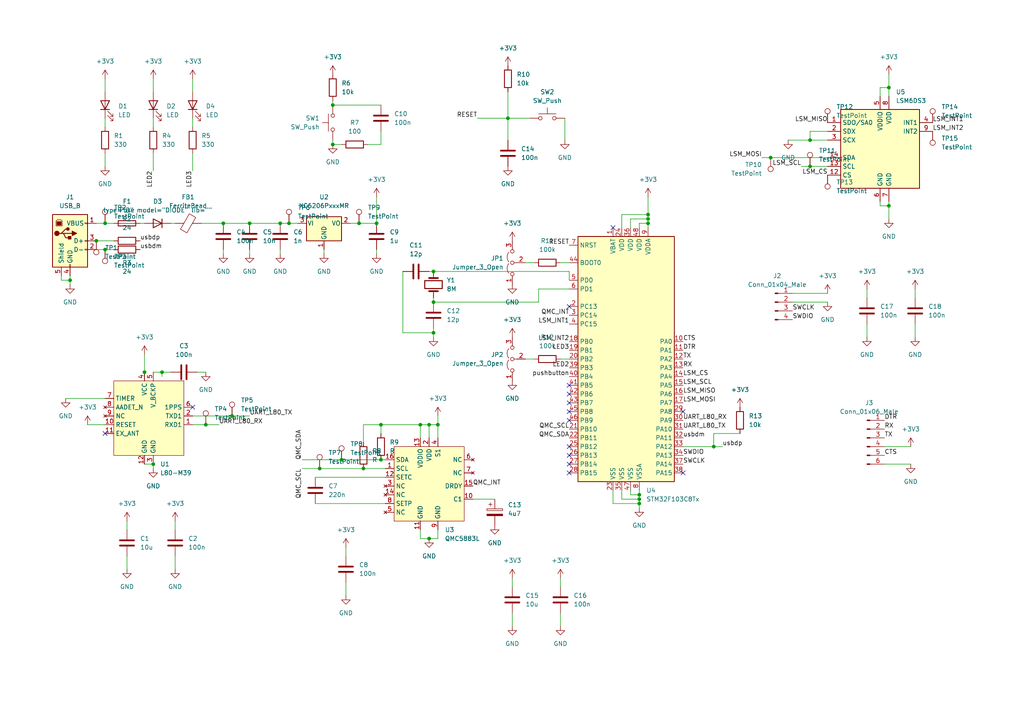
<source format=kicad_sch>
(kicad_sch (version 20211123) (generator eeschema)
  (paper "A4")
  (lib_symbols
    (symbol "+3.3V_1" (power) (pin_numbers hide) (pin_names (offset 0) hide)
      (property "Value" "+3.3V_1" (at 0 3.556 0))
      (symbol "+3.3V_1_1_1"
        (pin power_in line (at 0 0 90) (length 0) hide (name "+3V3") (number "1"))
      )
    )
    (symbol "+3.3V_10" (power) (pin_names (offset 0))
      (property "Value" "+3.3V_10" (at 0 3.556 0))
      (symbol "+3.3V_10_1_1"
        (pin power_in line (at 0 0 90) (length 0) hide (name "+3V3") (number "1"))
      )
    )
    (symbol "+3.3V_11" (power) (pin_names (offset 0))
      (property "Value" "+3.3V_11" (at 0 3.556 0))
      (symbol "+3.3V_11_1_1"
        (pin power_in line (at 0 0 90) (length 0) hide (name "+3V3") (number "1"))
      )
    )
    (symbol "+3.3V_12" (power) (pin_names (offset 0))
      (property "Value" "+3.3V_12" (at 0 3.556 0))
      (symbol "+3.3V_12_1_1"
        (pin power_in line (at 0 0 90) (length 0) hide (name "+3V3") (number "1"))
      )
    )
    (symbol "+3.3V_13" (power) (pin_names (offset 0))
      (property "Value" "+3.3V_13" (at 0 3.556 0))
      (symbol "+3.3V_13_1_1"
        (pin power_in line (at 0 0 90) (length 0) hide (name "+3V3") (number "1"))
      )
    )
    (symbol "+3.3V_14" (power) (pin_names (offset 0))
      (property "Value" "+3.3V_14" (at 0 3.556 0))
      (symbol "+3.3V_14_1_1"
        (pin power_in line (at 0 0 90) (length 0) hide (name "+3V3") (number "1"))
      )
    )
    (symbol "+3.3V_2" (power) (pin_numbers hide) (pin_names (offset 0) hide)
      (property "Value" "+3.3V_2" (at 0 3.556 0))
      (symbol "+3.3V_2_1_1"
        (pin power_in line (at 0 0 90) (length 0) hide (name "+3V3") (number "1"))
      )
    )
    (symbol "+3.3V_3" (power) (pin_names (offset 0))
      (property "Value" "+3.3V_3" (at 0 3.556 0))
      (symbol "+3.3V_3_1_1"
        (pin power_in line (at 0 0 90) (length 0) hide (name "+3V3") (number "1"))
      )
    )
    (symbol "+3.3V_4" (power) (pin_names (offset 0))
      (property "Value" "+3.3V_4" (at 0 3.556 0))
      (symbol "+3.3V_4_1_1"
        (pin power_in line (at 0 0 90) (length 0) hide (name "+3V3") (number "1"))
      )
    )
    (symbol "+3.3V_5" (power) (pin_names (offset 0))
      (property "Value" "+3.3V_5" (at 0 3.556 0))
      (symbol "+3.3V_5_1_1"
        (pin power_in line (at 0 0 90) (length 0) hide (name "+3V3") (number "1"))
      )
    )
    (symbol "+3.3V_6" (power) (pin_names (offset 0))
      (property "Value" "+3.3V_6" (at 0 3.556 0))
      (symbol "+3.3V_6_1_1"
        (pin power_in line (at 0 0 90) (length 0) hide (name "+3V3") (number "1"))
      )
    )
    (symbol "+3.3V_7" (power) (pin_names (offset 0))
      (property "Value" "+3.3V_7" (at 0 3.556 0))
      (symbol "+3.3V_7_1_1"
        (pin power_in line (at 0 0 90) (length 0) hide (name "+3V3") (number "1"))
      )
    )
    (symbol "+3.3V_8" (power) (pin_names (offset 0))
      (property "Value" "+3.3V_8" (at 0 3.556 0))
      (symbol "+3.3V_8_1_1"
        (pin power_in line (at 0 0 90) (length 0) hide (name "+3V3") (number "1"))
      )
    )
    (symbol "+3.3V_9" (power) (pin_names (offset 0))
      (property "Value" "+3.3V_9" (at 0 3.556 0))
      (symbol "+3.3V_9_1_1"
        (pin power_in line (at 0 0 90) (length 0) hide (name "+3V3") (number "1"))
      )
    )
    (symbol "Connector:Conn_01x04_Male" (pin_names (offset 1.016) hide)
      (property "Reference" "J" (at 0 5.08 0))
      (property "Value" "Conn_01x04_Male" (at 0 -7.62 0))
      (symbol "Conn_01x04_Male_1_1"
        (pin passive line (at 5.08 2.54 180) (length 3.81) (name "Pin_1") (number "1"))
        (pin passive line (at 5.08 0 180) (length 3.81) (name "Pin_2") (number "2"))
        (pin passive line (at 5.08 -2.54 180) (length 3.81) (name "Pin_3") (number "3"))
        (pin passive line (at 5.08 -5.08 180) (length 3.81) (name "Pin_4") (number "4"))
      )
    )
    (symbol "Connector:Conn_01x06_Male" (pin_names (offset 1.016) hide)
      (property "Reference" "J" (at 0 7.62 0))
      (property "Value" "Conn_01x06_Male" (at 0 -10.16 0))
      (symbol "Conn_01x06_Male_1_1"
        (pin passive line (at 5.08 5.08 180) (length 3.81) (name "Pin_1") (number "1"))
        (pin passive line (at 5.08 2.54 180) (length 3.81) (name "Pin_2") (number "2"))
        (pin passive line (at 5.08 0 180) (length 3.81) (name "Pin_3") (number "3"))
        (pin passive line (at 5.08 -2.54 180) (length 3.81) (name "Pin_4") (number "4"))
        (pin passive line (at 5.08 -5.08 180) (length 3.81) (name "Pin_5") (number "5"))
        (pin passive line (at 5.08 -7.62 180) (length 3.81) (name "Pin_6") (number "6"))
      )
    )
    (symbol "Connector:TestPoint" (pin_numbers hide) (pin_names (offset 0.762) hide)
      (property "Reference" "TP" (at 0 6.858 0))
      (property "Value" "TestPoint" (at 0 5.08 0))
      (symbol "TestPoint_1_1"
        (pin passive line (at 0 0 90) (length 2.54) (name "1") (number "1"))
      )
    )
    (symbol "Connector:USB_B" (pin_names (offset 1.016))
      (property "Reference" "J" (at -5.08 11.43 0))
      (property "Value" "USB_B" (at -5.08 8.89 0))
      (symbol "USB_B_1_1"
        (pin power_out line (at 7.62 5.08 180) (length 2.54) (name "VBUS") (number "1"))
        (pin bidirectional line (at 7.62 -2.54 180) (length 2.54) (name "D-") (number "2"))
        (pin bidirectional line (at 7.62 0 180) (length 2.54) (name "D+") (number "3"))
        (pin power_out line (at 0 -10.16 90) (length 2.54) (name "GND") (number "4"))
        (pin passive line (at -2.54 -10.16 90) (length 2.54) (name "Shield") (number "5"))
      )
    )
    (symbol "Device:C" (pin_numbers hide) (pin_names (offset 0.254))
      (property "Reference" "C" (at 0.635 2.54 0))
      (property "Value" "C" (at 0.635 -2.54 0))
      (symbol "C_1_1"
        (pin passive line (at 0 3.81 270) (length 2.794) (name "~") (number "1"))
        (pin passive line (at 0 -3.81 90) (length 2.794) (name "~") (number "2"))
      )
    )
    (symbol "Device:C_Polarized" (pin_numbers hide) (pin_names (offset 0.254))
      (property "Reference" "C" (at 0.635 2.54 0))
      (property "Value" "C_Polarized" (at 0.635 -2.54 0))
      (symbol "C_Polarized_1_1"
        (pin passive line (at 0 3.81 270) (length 2.794) (name "~") (number "1"))
        (pin passive line (at 0 -3.81 90) (length 2.794) (name "~") (number "2"))
      )
    )
    (symbol "Device:Crystal" (pin_numbers hide) (pin_names (offset 1.016) hide)
      (property "Reference" "Y" (at 0 3.81 0))
      (property "Value" "Crystal" (at 0 -3.81 0))
      (symbol "Crystal_1_1"
        (pin passive line (at -3.81 0 0) (length 1.27) (name "1") (number "1"))
        (pin passive line (at 3.81 0 180) (length 1.27) (name "2") (number "2"))
      )
    )
    (symbol "Device:FerriteBead" (pin_numbers hide) (pin_names (offset 0))
      (property "Reference" "FB" (at -3.81 0.635 90))
      (property "Value" "FerriteBead" (at 3.81 0 90))
      (symbol "FerriteBead_1_1"
        (pin passive line (at 0 3.81 270) (length 2.54) (name "~") (number "1"))
        (pin passive line (at 0 -3.81 90) (length 2.54) (name "~") (number "2"))
      )
    )
    (symbol "Device:Fuse" (pin_numbers hide) (pin_names (offset 0))
      (property "Reference" "F" (at 2.032 0 90))
      (property "Value" "Fuse" (at -1.905 0 90))
      (symbol "Fuse_1_1"
        (pin passive line (at 0 3.81 270) (length 1.27) (name "~") (number "1"))
        (pin passive line (at 0 -3.81 90) (length 1.27) (name "~") (number "2"))
      )
    )
    (symbol "Device:LED" (pin_numbers hide) (pin_names (offset 1.016) hide)
      (property "Reference" "D" (at 0 2.54 0))
      (property "Value" "LED" (at 0 -2.54 0))
      (symbol "LED_1_1"
        (pin passive line (at -3.81 0 0) (length 2.54) (name "K") (number "1"))
        (pin passive line (at 3.81 0 180) (length 2.54) (name "A") (number "2"))
      )
    )
    (symbol "Device:R" (pin_numbers hide) (pin_names (offset 0))
      (property "Reference" "R" (at 2.032 0 90))
      (property "Value" "R" (at 0 0 90))
      (symbol "R_1_1"
        (pin passive line (at 0 3.81 270) (length 1.27) (name "~") (number "1"))
        (pin passive line (at 0 -3.81 90) (length 1.27) (name "~") (number "2"))
      )
    )
    (symbol "GND_1" (power) (pin_numbers hide) (pin_names (offset 0) hide)
      (property "Value" "GND_1" (at 0 -3.81 0))
      (symbol "GND_1_1_1"
        (pin power_in line (at 0 0 270) (length 0) hide (name "GND") (number "1"))
      )
    )
    (symbol "GND_2" (power) (pin_numbers hide) (pin_names (offset 0) hide)
      (property "Value" "GND_2" (at 0 -3.81 0))
      (symbol "GND_2_1_1"
        (pin power_in line (at 0 0 270) (length 0) hide (name "GND") (number "1"))
      )
    )
    (symbol "GND_3" (power) (pin_numbers hide) (pin_names (offset 0) hide)
      (property "Value" "GND_3" (at 0 -3.81 0))
      (symbol "GND_3_1_1"
        (pin power_in line (at 0 0 270) (length 0) hide (name "GND") (number "1"))
      )
    )
    (symbol "Jumper:Jumper_3_Open" (pin_names (offset 0) hide)
      (property "Reference" "JP" (at -2.54 -2.54 0))
      (property "Value" "Jumper_3_Open" (at 0 2.794 0))
      (symbol "Jumper_3_Open_1_1"
        (pin passive line (at -6.35 0 0) (length 2.54) (name "A") (number "1"))
        (pin passive line (at 0 -3.81 90) (length 2.54) (name "C") (number "2"))
        (pin passive line (at 6.35 0 180) (length 2.54) (name "B") (number "3"))
      )
    )
    (symbol "MCU_ST_STM32F1:STM32F103C8Tx"
      (property "Reference" "U" (at -15.24 36.83 0))
      (property "Value" "STM32F103C8Tx" (at 7.62 36.83 0))
      (symbol "STM32F103C8Tx_1_1"
        (pin power_in line (at -5.08 38.1 270) (length 2.54) (name "VBAT") (number "1"))
        (pin bidirectional line (at 15.24 5.08 180) (length 2.54) (name "PA0") (number "10"))
        (pin bidirectional line (at 15.24 2.54 180) (length 2.54) (name "PA1") (number "11"))
        (pin bidirectional line (at 15.24 0 180) (length 2.54) (name "PA2") (number "12"))
        (pin bidirectional line (at 15.24 -2.54 180) (length 2.54) (name "PA3") (number "13"))
        (pin bidirectional line (at 15.24 -5.08 180) (length 2.54) (name "PA4") (number "14"))
        (pin bidirectional line (at 15.24 -7.62 180) (length 2.54) (name "PA5") (number "15"))
        (pin bidirectional line (at 15.24 -10.16 180) (length 2.54) (name "PA6") (number "16"))
        (pin bidirectional line (at 15.24 -12.7 180) (length 2.54) (name "PA7") (number "17"))
        (pin bidirectional line (at -17.78 5.08 0) (length 2.54) (name "PB0") (number "18"))
        (pin bidirectional line (at -17.78 2.54 0) (length 2.54) (name "PB1") (number "19"))
        (pin bidirectional line (at -17.78 15.24 0) (length 2.54) (name "PC13") (number "2"))
        (pin bidirectional line (at -17.78 0 0) (length 2.54) (name "PB2") (number "20"))
        (pin bidirectional line (at -17.78 -20.32 0) (length 2.54) (name "PB10") (number "21"))
        (pin bidirectional line (at -17.78 -22.86 0) (length 2.54) (name "PB11") (number "22"))
        (pin power_in line (at -5.08 -38.1 90) (length 2.54) (name "VSS") (number "23"))
        (pin power_in line (at -2.54 38.1 270) (length 2.54) (name "VDD") (number "24"))
        (pin bidirectional line (at -17.78 -25.4 0) (length 2.54) (name "PB12") (number "25"))
        (pin bidirectional line (at -17.78 -27.94 0) (length 2.54) (name "PB13") (number "26"))
        (pin bidirectional line (at -17.78 -30.48 0) (length 2.54) (name "PB14") (number "27"))
        (pin bidirectional line (at -17.78 -33.02 0) (length 2.54) (name "PB15") (number "28"))
        (pin bidirectional line (at 15.24 -15.24 180) (length 2.54) (name "PA8") (number "29"))
        (pin bidirectional line (at -17.78 12.7 0) (length 2.54) (name "PC14") (number "3"))
        (pin bidirectional line (at 15.24 -17.78 180) (length 2.54) (name "PA9") (number "30"))
        (pin bidirectional line (at 15.24 -20.32 180) (length 2.54) (name "PA10") (number "31"))
        (pin bidirectional line (at 15.24 -22.86 180) (length 2.54) (name "PA11") (number "32"))
        (pin bidirectional line (at 15.24 -25.4 180) (length 2.54) (name "PA12") (number "33"))
        (pin bidirectional line (at 15.24 -27.94 180) (length 2.54) (name "PA13") (number "34"))
        (pin power_in line (at -2.54 -38.1 90) (length 2.54) (name "VSS") (number "35"))
        (pin power_in line (at 0 38.1 270) (length 2.54) (name "VDD") (number "36"))
        (pin bidirectional line (at 15.24 -30.48 180) (length 2.54) (name "PA14") (number "37"))
        (pin bidirectional line (at 15.24 -33.02 180) (length 2.54) (name "PA15") (number "38"))
        (pin bidirectional line (at -17.78 -2.54 0) (length 2.54) (name "PB3") (number "39"))
        (pin bidirectional line (at -17.78 10.16 0) (length 2.54) (name "PC15") (number "4"))
        (pin bidirectional line (at -17.78 -5.08 0) (length 2.54) (name "PB4") (number "40"))
        (pin bidirectional line (at -17.78 -7.62 0) (length 2.54) (name "PB5") (number "41"))
        (pin bidirectional line (at -17.78 -10.16 0) (length 2.54) (name "PB6") (number "42"))
        (pin bidirectional line (at -17.78 -12.7 0) (length 2.54) (name "PB7") (number "43"))
        (pin input line (at -17.78 27.94 0) (length 2.54) (name "BOOT0") (number "44"))
        (pin bidirectional line (at -17.78 -15.24 0) (length 2.54) (name "PB8") (number "45"))
        (pin bidirectional line (at -17.78 -17.78 0) (length 2.54) (name "PB9") (number "46"))
        (pin power_in line (at 0 -38.1 90) (length 2.54) (name "VSS") (number "47"))
        (pin power_in line (at 2.54 38.1 270) (length 2.54) (name "VDD") (number "48"))
        (pin input line (at -17.78 22.86 0) (length 2.54) (name "PD0") (number "5"))
        (pin input line (at -17.78 20.32 0) (length 2.54) (name "PD1") (number "6"))
        (pin input line (at -17.78 33.02 0) (length 2.54) (name "NRST") (number "7"))
        (pin power_in line (at 2.54 -38.1 90) (length 2.54) (name "VSSA") (number "8"))
        (pin power_in line (at 5.08 38.1 270) (length 2.54) (name "VDDA") (number "9"))
      )
    )
    (symbol "Regulator_Linear:XC6206PxxxMR" (pin_names (offset 0.254))
      (property "Reference" "U" (at -3.81 3.175 0))
      (property "Value" "XC6206PxxxMR" (at 0 3.175 0))
      (symbol "XC6206PxxxMR_1_1"
        (pin power_in line (at 0 -7.62 90) (length 2.54) (name "GND") (number "1"))
        (pin power_out line (at 7.62 0 180) (length 2.54) (name "VO") (number "2"))
        (pin power_in line (at -7.62 0 0) (length 2.54) (name "VI") (number "3"))
      )
    )
    (symbol "Sensor_Motion:LSM6DS3"
      (property "Reference" "U" (at -11.43 15.24 0))
      (property "Value" "LSM6DS3" (at -11.43 12.7 0))
      (symbol "LSM6DS3_1_1"
        (pin bidirectional line (at -15.24 7.62 0) (length 3.81) (name "SDO/SA0") (number "1"))
        (pin no_connect line (at 10.16 -5.08 180) (length 3.81) hide (name "NC") (number "10"))
        (pin no_connect line (at 10.16 -2.54 180) (length 3.81) hide (name "NC") (number "11"))
        (pin input line (at -15.24 -7.62 0) (length 3.81) (name "CS") (number "12"))
        (pin input line (at -15.24 -5.08 0) (length 3.81) (name "SCL") (number "13"))
        (pin bidirectional line (at -15.24 -2.54 0) (length 3.81) (name "SDA") (number "14"))
        (pin bidirectional line (at -15.24 5.08 0) (length 3.81) (name "SDX") (number "2"))
        (pin input line (at -15.24 2.54 0) (length 3.81) (name "SCX") (number "3"))
        (pin output line (at 15.24 7.62 180) (length 3.81) (name "INT1") (number "4"))
        (pin power_in line (at 0 15.24 270) (length 3.81) (name "VDDIO") (number "5"))
        (pin power_in line (at 0 -15.24 90) (length 3.81) (name "GND") (number "6"))
        (pin power_in line (at 2.54 -15.24 90) (length 3.81) (name "GND") (number "7"))
        (pin power_in line (at 2.54 15.24 270) (length 3.81) (name "VDD") (number "8"))
        (pin output line (at 15.24 5.08 180) (length 3.81) (name "INT2") (number "9"))
      )
    )
    (symbol "Simulation_SPICE:DIODE" (pin_numbers hide) (pin_names (offset 1.016) hide)
      (property "Reference" "D" (at 0 2.54 0))
      (property "Value" "DIODE" (at 0 -2.54 0))
      (symbol "DIODE_1_1"
        (pin passive line (at -3.81 0 0) (length 2.54) (name "A") (number "1"))
        (pin passive line (at 3.81 0 180) (length 2.54) (name "K") (number "2"))
      )
    )
    (symbol "Switch:SW_Push" (pin_numbers hide) (pin_names (offset 1.016) hide)
      (property "Reference" "SW" (at 1.27 2.54 0))
      (property "Value" "SW_Push" (at 0 -1.524 0))
      (symbol "SW_Push_0_1"
        (pin passive line (at -5.08 0 0) (length 2.54) (name "1") (number "1"))
        (pin passive line (at 5.08 0 180) (length 2.54) (name "2") (number "2"))
      )
    )
    (symbol "power:+3.3V" (power) (pin_numbers hide) (pin_names (offset 0) hide)
      (property "Value" "+3.3V" (at 0 3.556 0))
      (symbol "+3.3V_1_1"
        (pin power_in line (at 0 0 90) (length 0) hide (name "+3V3") (number "1"))
      )
    )
    (symbol "power:GND" (power) (pin_names (offset 0))
      (property "Value" "GND" (at 0 -3.81 0))
      (symbol "GND_1_1"
        (pin power_in line (at 0 0 270) (length 0) hide (name "GND") (number "1"))
      )
    )
    (symbol "skate-imu-lib:L80-M39"
      (property "Reference" "U" (at 8.89 13.97 0))
      (property "Value" "L80-M39" (at 8.89 11.43 0))
      (symbol "L80-M39_1_1"
        (pin input line (at 12.7 -2.54 180) (length 2.54) (name "RXD1") (number "1"))
        (pin input line (at -12.7 -2.54 0) (length 2.54) (name "RESET") (number "10"))
        (pin input line (at -12.7 -5.08 0) (length 2.54) (name "EX_ANT") (number "11"))
        (pin power_out line (at -1.27 -13.97 90) (length 2.54) (name "GND") (number "12"))
        (pin input line (at 12.7 0 180) (length 2.54) (name "TXD1") (number "2"))
        (pin power_out line (at 1.27 -13.97 90) (length 2.54) (name "GND") (number "3"))
        (pin power_in line (at -1.27 12.7 270) (length 2.54) (name "VCC") (number "4"))
        (pin power_in line (at 1.27 12.7 270) (length 2.54) (name "V_BCKP") (number "5"))
        (pin input line (at 12.7 2.54 180) (length 2.54) (name "1PPS") (number "6"))
        (pin input line (at -12.7 5.08 0) (length 2.54) (name "TIMER") (number "7"))
        (pin no_connect line (at -12.7 2.54 0) (length 2.54) (name "AADET_N") (number "8"))
        (pin no_connect line (at -12.7 0 0) (length 2.54) (name "NC") (number "9"))
      )
    )
    (symbol "skate-imu-lib:QMC5883L"
      (property "Reference" "U" (at 6.35 1.27 0))
      (property "Value" "QMC5883L" (at 10.16 -1.27 0))
      (symbol "QMC5883L_1_1"
        (pin input line (at -12.7 -8.89 0) (length 2.54) (name "SCL") (number "1"))
        (pin input line (at 12.7 -17.78 180) (length 2.54) (name "C1") (number "10"))
        (pin power_out line (at -2.54 -26.67 90) (length 2.54) (name "GND") (number "11"))
        (pin input line (at -12.7 -11.43 0) (length 2.54) (name "SETC") (number "12"))
        (pin power_in line (at -2.54 0 270) (length 2.54) (name "VDDIO") (number "13"))
        (pin no_connect line (at -12.7 -16.51 0) (length 2.54) (name "NC") (number "14"))
        (pin input line (at 12.7 -13.97 180) (length 2.54) (name "DRDY") (number "15"))
        (pin input line (at -12.7 -6.35 0) (length 2.54) (name "SDA") (number "16"))
        (pin power_in line (at 0 0 270) (length 2.54) (name "VDD") (number "2"))
        (pin no_connect line (at -12.7 -13.97 0) (length 2.54) (name "NC") (number "3"))
        (pin power_in line (at 2.54 0 270) (length 2.54) (name "S1") (number "4"))
        (pin no_connect line (at -12.7 -21.59 0) (length 2.54) (name "NC") (number "5"))
        (pin no_connect line (at 12.7 -6.35 180) (length 2.54) (name "NC") (number "6"))
        (pin no_connect line (at 12.7 -10.16 180) (length 2.54) (name "NC") (number "7"))
        (pin power_in line (at -12.7 -19.05 0) (length 2.54) (name "SETP") (number "8"))
        (pin power_out line (at 2.54 -26.67 90) (length 2.54) (name "GND") (number "9"))
      )
    )
  )
  (junction (at 83.82 64.77))
  (junction (at 96.52 41.91))
  (junction (at 124.46 156.21))
  (junction (at 125.73 87.63))
  (junction (at 127 123.19))
  (junction (at 187.96 64.77))
  (junction (at 72.39 64.77))
  (junction (at 187.96 63.5))
  (junction (at 109.22 64.77))
  (junction (at 44.45 134.62))
  (junction (at 110.49 123.19))
  (junction (at 207.01 129.54))
  (junction (at 64.77 64.77))
  (junction (at 92.71 135.89))
  (junction (at 257.81 25.4))
  (junction (at 185.42 143.51))
  (junction (at 234.95 40.64))
  (junction (at 121.92 123.19))
  (junction (at 105.41 135.89))
  (junction (at 27.94 69.85))
  (junction (at 104.14 64.77))
  (junction (at 125.73 78.74))
  (junction (at 59.69 123.19))
  (junction (at 234.95 48.26))
  (junction (at 96.52 30.48))
  (junction (at 187.96 62.23))
  (junction (at 99.06 133.35))
  (junction (at 67.31 120.65))
  (junction (at 147.32 34.29))
  (junction (at 124.46 123.19))
  (junction (at 46.99 107.95))
  (junction (at 257.81 59.69))
  (junction (at 30.48 72.39))
  (junction (at 81.28 64.77))
  (junction (at 125.73 96.52))
  (junction (at 110.49 133.35))
  (junction (at 30.48 64.77))
  (junction (at 185.42 146.05))
  (junction (at 223.52 45.72))
  (junction (at 41.91 107.95))
  (junction (at 20.32 81.28))
  (junction (at 185.42 144.78))
  (no_connect (at 165.1 129.54))
  (no_connect (at 165.1 132.08))
  (no_connect (at 165.1 134.62))
  (no_connect (at 165.1 137.16))
  (no_connect (at 165.1 111.76))
  (no_connect (at 165.1 114.3))
  (no_connect (at 165.1 116.84))
  (no_connect (at 165.1 119.38))
  (no_connect (at 165.1 121.92))
  (no_connect (at 198.12 119.38))
  (no_connect (at 165.1 88.9))
  (no_connect (at 198.12 137.16))
  (no_connect (at 177.8 66.04))
  (no_connect (at 55.88 118.11))
  (no_connect (at 30.48 125.73))
  (wire (pts (xy 256.54 129.54) (xy 264.16 129.54)))
  (wire (pts (xy 121.92 123.19) (xy 124.46 123.19)))
  (wire (pts (xy 72.39 72.39) (xy 72.39 73.66)))
  (wire (pts (xy 44.45 22.86) (xy 44.45 26.67)))
  (wire (pts (xy 147.32 34.29) (xy 153.67 34.29)))
  (wire (pts (xy 121.92 156.21) (xy 121.92 153.67)))
  (wire (pts (xy 110.49 125.73) (xy 110.49 123.19)))
  (wire (pts (xy 36.83 161.29) (xy 36.83 165.1)))
  (wire (pts (xy 96.52 29.21) (xy 96.52 30.48)))
  (wire (pts (xy 46.99 109.22) (xy 46.99 107.95)))
  (wire (pts (xy 223.52 45.72) (xy 240.03 45.72)))
  (wire (pts (xy 81.28 72.39) (xy 81.28 73.66)))
  (wire (pts (xy 59.69 123.19) (xy 63.5 123.19)))
  (wire (pts (xy 55.88 123.19) (xy 59.69 123.19)))
  (wire (pts (xy 17.78 81.28) (xy 20.32 81.28)))
  (wire (pts (xy 27.94 72.39) (xy 30.48 72.39)))
  (wire (pts (xy 251.46 93.98) (xy 251.46 97.79)))
  (wire (pts (xy 44.45 134.62) (xy 44.45 135.89)))
  (wire (pts (xy 198.12 129.54) (xy 207.01 129.54)))
  (wire (pts (xy 57.15 107.95) (xy 59.69 107.95)))
  (wire (pts (xy 182.88 143.51) (xy 185.42 143.51)))
  (wire (pts (xy 229.87 87.63) (xy 240.03 87.63)))
  (wire (pts (xy 87.63 135.89) (xy 92.71 135.89)))
  (wire (pts (xy 185.42 143.51) (xy 185.42 144.78)))
  (wire (pts (xy 67.31 120.65) (xy 72.39 120.65)))
  (wire (pts (xy 234.95 38.1) (xy 234.95 40.64)))
  (wire (pts (xy 46.99 107.95) (xy 44.45 107.95)))
  (wire (pts (xy 138.43 34.29) (xy 147.32 34.29)))
  (wire (pts (xy 25.4 123.19) (xy 30.48 123.19)))
  (wire (pts (xy 156.21 87.63) (xy 156.21 83.82)))
  (wire (pts (xy 257.81 25.4) (xy 257.81 27.94)))
  (wire (pts (xy 110.49 133.35) (xy 111.76 133.35)))
  (wire (pts (xy 185.42 146.05) (xy 185.42 147.32)))
  (wire (pts (xy 180.34 66.04) (xy 180.34 62.23)))
  (wire (pts (xy 162.56 76.2) (xy 165.1 76.2)))
  (wire (pts (xy 50.8 161.29) (xy 50.8 165.1)))
  (wire (pts (xy 182.88 63.5) (xy 187.96 63.5)))
  (wire (pts (xy 116.84 96.52) (xy 125.73 96.52)))
  (wire (pts (xy 30.48 64.77) (xy 33.02 64.77)))
  (wire (pts (xy 251.46 83.82) (xy 251.46 86.36)))
  (wire (pts (xy 36.83 151.13) (xy 36.83 153.67)))
  (wire (pts (xy 255.27 59.69) (xy 257.81 59.69)))
  (wire (pts (xy 152.4 104.14) (xy 154.94 104.14)))
  (wire (pts (xy 207.01 125.73) (xy 214.63 125.73)))
  (wire (pts (xy 101.6 64.77) (xy 104.14 64.77)))
  (wire (pts (xy 182.88 142.24) (xy 182.88 143.51)))
  (wire (pts (xy 125.73 78.74) (xy 165.1 78.74)))
  (wire (pts (xy 91.44 138.43) (xy 111.76 138.43)))
  (wire (pts (xy 257.81 58.42) (xy 257.81 59.69)))
  (wire (pts (xy 127 123.19) (xy 127 127)))
  (wire (pts (xy 234.95 40.64) (xy 240.03 40.64)))
  (wire (pts (xy 100.33 168.91) (xy 100.33 172.72)))
  (wire (pts (xy 20.32 81.28) (xy 20.32 82.55)))
  (wire (pts (xy 124.46 127) (xy 124.46 123.19)))
  (wire (pts (xy 44.45 44.45) (xy 44.45 49.53)))
  (wire (pts (xy 234.95 48.26) (xy 240.03 48.26)))
  (wire (pts (xy 163.83 34.29) (xy 163.83 40.64)))
  (wire (pts (xy 265.43 83.82) (xy 265.43 86.36)))
  (wire (pts (xy 265.43 93.98) (xy 265.43 97.79)))
  (wire (pts (xy 105.41 135.89) (xy 111.76 135.89)))
  (wire (pts (xy 125.73 96.52) (xy 125.73 97.79)))
  (wire (pts (xy 148.59 167.64) (xy 148.59 170.18)))
  (wire (pts (xy 81.28 64.77) (xy 83.82 64.77)))
  (wire (pts (xy 93.98 72.39) (xy 93.98 73.66)))
  (wire (pts (xy 50.8 151.13) (xy 50.8 153.67)))
  (wire (pts (xy 30.48 44.45) (xy 30.48 48.26)))
  (wire (pts (xy 30.48 72.39) (xy 33.02 72.39)))
  (wire (pts (xy 180.34 142.24) (xy 180.34 144.78)))
  (wire (pts (xy 125.73 95.25) (xy 125.73 96.52)))
  (wire (pts (xy 110.49 123.19) (xy 121.92 123.19)))
  (wire (pts (xy 127 120.65) (xy 127 123.19)))
  (wire (pts (xy 257.81 59.69) (xy 257.81 63.5)))
  (wire (pts (xy 228.6 40.64) (xy 234.95 40.64)))
  (wire (pts (xy 41.91 107.95) (xy 41.91 109.22)))
  (wire (pts (xy 55.88 22.86) (xy 55.88 26.67)))
  (wire (pts (xy 91.44 146.05) (xy 111.76 146.05)))
  (wire (pts (xy 124.46 123.19) (xy 127 123.19)))
  (wire (pts (xy 162.56 177.8) (xy 162.56 181.61)))
  (wire (pts (xy 64.77 64.77) (xy 72.39 64.77)))
  (wire (pts (xy 187.96 57.15) (xy 187.96 62.23)))
  (wire (pts (xy 125.73 86.36) (xy 125.73 87.63)))
  (wire (pts (xy 162.56 104.14) (xy 165.1 104.14)))
  (wire (pts (xy 105.41 128.27) (xy 105.41 123.19)))
  (wire (pts (xy 148.59 177.8) (xy 148.59 181.61)))
  (wire (pts (xy 20.32 80.01) (xy 20.32 81.28)))
  (wire (pts (xy 177.8 142.24) (xy 177.8 146.05)))
  (wire (pts (xy 55.88 34.29) (xy 55.88 36.83)))
  (wire (pts (xy 30.48 22.86) (xy 30.48 26.67)))
  (wire (pts (xy 187.96 62.23) (xy 187.96 63.5)))
  (wire (pts (xy 83.82 64.77) (xy 86.36 64.77)))
  (wire (pts (xy 156.21 83.82) (xy 165.1 83.82)))
  (wire (pts (xy 49.53 64.77) (xy 50.8 64.77)))
  (wire (pts (xy 109.22 72.39) (xy 109.22 73.66)))
  (wire (pts (xy 55.88 120.65) (xy 67.31 120.65)))
  (wire (pts (xy 124.46 156.21) (xy 121.92 156.21)))
  (wire (pts (xy 110.49 38.1) (xy 110.49 41.91)))
  (wire (pts (xy 185.42 142.24) (xy 185.42 143.51)))
  (wire (pts (xy 105.41 123.19) (xy 110.49 123.19)))
  (wire (pts (xy 27.94 64.77) (xy 30.48 64.77)))
  (wire (pts (xy 255.27 58.42) (xy 255.27 59.69)))
  (wire (pts (xy 27.94 69.85) (xy 33.02 69.85)))
  (wire (pts (xy 44.45 34.29) (xy 44.45 36.83)))
  (wire (pts (xy 17.78 80.01) (xy 17.78 81.28)))
  (wire (pts (xy 46.99 107.95) (xy 49.53 107.95)))
  (wire (pts (xy 127 153.67) (xy 127 156.21)))
  (wire (pts (xy 162.56 167.64) (xy 162.56 170.18)))
  (wire (pts (xy 207.01 129.54) (xy 207.01 125.73)))
  (wire (pts (xy 87.63 133.35) (xy 99.06 133.35)))
  (wire (pts (xy 41.91 134.62) (xy 44.45 134.62)))
  (wire (pts (xy 109.22 57.15) (xy 109.22 64.77)))
  (wire (pts (xy 72.39 64.77) (xy 81.28 64.77)))
  (wire (pts (xy 64.77 72.39) (xy 64.77 73.66)))
  (wire (pts (xy 177.8 146.05) (xy 185.42 146.05)))
  (wire (pts (xy 185.42 66.04) (xy 185.42 64.77)))
  (wire (pts (xy 187.96 63.5) (xy 187.96 64.77)))
  (wire (pts (xy 152.4 76.2) (xy 154.94 76.2)))
  (wire (pts (xy 30.48 34.29) (xy 30.48 36.83)))
  (wire (pts (xy 124.46 78.74) (xy 125.73 78.74)))
  (wire (pts (xy 106.68 41.91) (xy 110.49 41.91)))
  (wire (pts (xy 58.42 64.77) (xy 64.77 64.77)))
  (wire (pts (xy 55.88 44.45) (xy 55.88 49.53)))
  (wire (pts (xy 220.98 45.72) (xy 223.52 45.72)))
  (wire (pts (xy 185.42 64.77) (xy 187.96 64.77)))
  (wire (pts (xy 104.14 64.77) (xy 109.22 64.77)))
  (wire (pts (xy 92.71 135.89) (xy 105.41 135.89)))
  (wire (pts (xy 229.87 85.09) (xy 240.03 85.09)))
  (wire (pts (xy 100.33 158.75) (xy 100.33 161.29)))
  (wire (pts (xy 255.27 27.94) (xy 255.27 25.4)))
  (wire (pts (xy 180.34 62.23) (xy 187.96 62.23)))
  (wire (pts (xy 147.32 34.29) (xy 147.32 40.64)))
  (wire (pts (xy 240.03 38.1) (xy 234.95 38.1)))
  (wire (pts (xy 99.06 133.35) (xy 110.49 133.35)))
  (wire (pts (xy 185.42 144.78) (xy 185.42 146.05)))
  (wire (pts (xy 96.52 30.48) (xy 110.49 30.48)))
  (wire (pts (xy 255.27 25.4) (xy 257.81 25.4)))
  (wire (pts (xy 256.54 134.62) (xy 264.16 134.62)))
  (wire (pts (xy 232.41 48.26) (xy 234.95 48.26)))
  (wire (pts (xy 125.73 87.63) (xy 156.21 87.63)))
  (wire (pts (xy 137.16 144.78) (xy 143.51 144.78)))
  (wire (pts (xy 182.88 66.04) (xy 182.88 63.5)))
  (wire (pts (xy 165.1 78.74) (xy 165.1 81.28)))
  (wire (pts (xy 257.81 21.59) (xy 257.81 25.4)))
  (wire (pts (xy 96.52 41.91) (xy 99.06 41.91)))
  (wire (pts (xy 40.64 64.77) (xy 41.91 64.77)))
  (wire (pts (xy 147.32 26.67) (xy 147.32 34.29)))
  (wire (pts (xy 116.84 78.74) (xy 116.84 96.52)))
  (wire (pts (xy 41.91 102.87) (xy 41.91 107.95)))
  (wire (pts (xy 96.52 40.64) (xy 96.52 41.91)))
  (wire (pts (xy 121.92 123.19) (xy 121.92 127)))
  (wire (pts (xy 127 156.21) (xy 124.46 156.21)))
  (wire (pts (xy 187.96 64.77) (xy 187.96 66.04)))
  (wire (pts (xy 19.05 115.57) (xy 30.48 115.57)))
  (wire (pts (xy 207.01 129.54) (xy 209.55 129.54)))
  (wire (pts (xy 180.34 144.78) (xy 185.42 144.78)))
  (label "LSM_SCL" (at 198.12 111.76 0))
  (label "LSM_MOSI" (at 220.98 45.72 180))
  (label "usbdm" (at 40.64 72.39 0))
  (label "LED2" (at 165.1 106.68 180))
  (label "pushbutton" (at 165.1 109.22 180))
  (label "LSM_INT1" (at 165.1 93.98 180))
  (label "UART_L80_TX" (at 72.39 120.65 0))
  (label "SWCLK" (at 198.12 134.62 0))
  (label "QMC_INT" (at 137.16 140.97 0))
  (label "QMC_SCL" (at 87.63 135.89 270))
  (label "LED3" (at 165.1 101.6 180))
  (label "RESET" (at 165.1 71.12 180))
  (label "LSM_INT1" (at 270.51 35.56 0))
  (label "RESET" (at 138.43 34.29 180))
  (label "LSM_INT2" (at 270.51 38.1 0))
  (label "DTR" (at 198.12 101.6 0))
  (label "RX" (at 256.54 124.46 0))
  (label "CTS" (at 256.54 132.08 0))
  (label "usbdm" (at 198.12 127 0))
  (label "RX" (at 198.12 106.68 0))
  (label "LED2" (at 44.45 49.53 270))
  (label "QMC_SDA" (at 87.63 133.35 90))
  (label "LSM_CS" (at 198.12 109.22 0))
  (label "TX" (at 198.12 104.14 0))
  (label "QMC_INT" (at 165.1 91.44 180))
  (label "usbdp" (at 209.55 129.54 0))
  (label "LSM_SCL" (at 232.41 48.26 180))
  (label "LSM_MISO" (at 240.03 35.56 180))
  (label "LSM_MOSI" (at 198.12 116.84 0))
  (label "UART_L80_RX" (at 198.12 121.92 0))
  (label "LSM_MISO" (at 198.12 114.3 0))
  (label "DTR" (at 256.54 121.92 0))
  (label "LSM_INT2" (at 165.1 99.06 180))
  (label "QMC_SDA" (at 165.1 127 180))
  (label "LSM_CS" (at 240.03 50.8 180))
  (label "SWCLK" (at 229.87 90.17 0))
  (label "UART_L80_TX" (at 198.12 124.46 0))
  (label "TX" (at 256.54 127 0))
  (label "CTS" (at 198.12 99.06 0))
  (label "SWDIO" (at 229.87 92.71 0))
  (label "usbdp" (at 40.64 69.85 0))
  (label "SWDIO" (at 198.12 132.08 0))
  (label "UART_L80_RX" (at 63.5 123.19 0))
  (label "LED3" (at 55.88 49.53 270))
  (label "QMC_SCL" (at 165.1 124.46 180))
  (symbol (lib_id "Device:R") (at 158.75 76.2 90) (unit 1)
    (property "Reference" "R11" (at 158.75 69.85 90))
    (property "Value" "100k" (at 158.75 72.39 90))
  )
  (symbol (lib_id "Device:C") (at 147.32 44.45 0) (unit 1)
    (property "Reference" "C14" (at 151.13 43.1799 0) (effects (justify left)))
    (property "Value" "100n" (at 151.13 45.7199 0) (effects (justify left)))
    (property "Footprint" "Capacitor_SMD:C_0603_1608Metric" (effects hide))
  )
  (symbol (lib_name "+3.3V_4") (lib_id "power:+3.3V") (at 251.46 83.82 0) (unit 1)
    (property "Reference" "#PWR046" (effects hide))
    (property "Value" "+3.3V" (at 251.46 78.74 0))
  )
  (symbol (lib_id "Connector:TestPoint") (at 270.51 35.56 0) (unit 1)
    (property "Reference" "TP14" (at 273.05 30.9879 0) (effects (justify left)))
    (property "Value" "TestPoint" (at 273.05 33.5279 0) (effects (justify left)))
    (property "Footprint" "TestPoint:TestPoint_Pad_D1.0mm" (effects hide))
  )
  (symbol (lib_id "Device:C") (at 53.34 107.95 270) (unit 1)
    (property "Reference" "C3" (at 53.34 100.33 90))
    (property "Value" "100n" (at 53.34 102.87 90))
    (property "Footprint" "Capacitor_SMD:C_0603_1608Metric" (effects hide))
  )
  (symbol (lib_id "Connector:TestPoint") (at 270.51 38.1 180) (unit 1)
    (property "Reference" "TP15" (at 273.05 40.1319 0) (effects (justify right)))
    (property "Value" "TestPoint" (at 273.05 42.6719 0) (effects (justify right)))
    (property "Footprint" "TestPoint:TestPoint_Pad_D1.0mm" (effects hide))
  )
  (symbol (lib_id "Device:C") (at 251.46 90.17 0) (unit 1)
    (property "Reference" "C17" (at 255.27 88.8999 0) (effects (justify left)))
    (property "Value" "100n" (at 255.27 91.4399 0) (effects (justify left)))
    (property "Footprint" "Capacitor_SMD:C_0603_1608Metric" (effects hide))
  )
  (symbol (lib_id "Device:C") (at 162.56 173.99 0) (unit 1)
    (property "Reference" "C16" (at 166.37 172.7199 0) (effects (justify left)))
    (property "Value" "100n" (at 166.37 175.2599 0) (effects (justify left)))
    (property "Footprint" "Capacitor_SMD:C_0603_1608Metric" (effects hide))
  )
  (symbol (lib_id "Device:C_Polarized") (at 143.51 148.59 0) (unit 1)
    (property "Reference" "C13" (at 147.32 146.4309 0) (effects (justify left)))
    (property "Value" "4u7" (at 147.32 148.9709 0) (effects (justify left)))
  )
  (symbol (lib_id "Switch:SW_Push") (at 158.75 34.29 0) (unit 1)
    (property "Reference" "SW2" (at 158.75 26.67 0))
    (property "Value" "SW_Push" (at 158.75 29.21 0))
  )
  (symbol (lib_id "Connector:TestPoint") (at 92.71 135.89 0) (unit 1)
    (property "Reference" "TP7" (at 95.25 131.3179 0) (effects (justify left)))
    (property "Value" "TestPoint" (at 95.25 133.8579 0) (effects (justify left)))
    (property "Footprint" "TestPoint:TestPoint_Pad_D1.0mm" (effects hide))
  )
  (symbol (lib_id "Connector:TestPoint") (at 240.03 35.56 0) (unit 1)
    (property "Reference" "TP12" (at 242.57 30.9879 0) (effects (justify left)))
    (property "Value" "TestPoint" (at 242.57 33.5279 0) (effects (justify left)))
    (property "Footprint" "TestPoint:TestPoint_Pad_D1.0mm" (effects hide))
  )
  (symbol (lib_id "Device:R") (at 55.88 40.64 0) (unit 1)
    (property "Reference" "R5" (at 58.42 39.3699 0) (effects (justify left)))
    (property "Value" "330" (at 58.42 41.9099 0) (effects (justify left)))
  )
  (symbol (lib_id "Device:C") (at 120.65 78.74 90) (unit 1)
    (property "Reference" "C11" (at 120.65 71.12 90))
    (property "Value" "12p" (at 120.65 73.66 90))
  )
  (symbol (lib_id "Device:C") (at 91.44 142.24 180) (unit 1)
    (property "Reference" "C7" (at 95.25 140.9699 0) (effects (justify right)))
    (property "Value" "220n" (at 95.25 143.5099 0) (effects (justify right)))
  )
  (symbol (lib_id "Device:LED") (at 55.88 30.48 90) (unit 1)
    (property "Reference" "D4" (at 59.69 30.7974 90) (effects (justify right)))
    (property "Value" "LED" (at 59.69 33.3374 90) (effects (justify right)))
  )
  (symbol (lib_id "Device:C") (at 109.22 68.58 0) (unit 1)
    (property "Reference" "C9" (at 113.03 67.3099 0) (effects (justify left)))
    (property "Value" "1u" (at 113.03 69.8499 0) (effects (justify left)))
  )
  (symbol (lib_id "skate-imu-lib:QMC5883L") (at 124.46 127 0) (unit 1)
    (property "Reference" "U3" (at 129.0194 153.67 0) (effects (justify left)))
    (property "Value" "QMC5883L" (at 129.0194 156.21 0) (effects (justify left)))
  )
  (symbol (lib_name "+3.3V_4") (lib_id "power:+3.3V") (at 100.33 158.75 0) (unit 1)
    (property "Reference" "#PWR021" (effects hide))
    (property "Value" "+3.3V" (at 100.33 153.67 0))
  )
  (symbol (lib_id "Device:R") (at 110.49 129.54 0) (unit 1)
    (property "Reference" "R9" (at 113.03 128.2699 0) (effects (justify left)))
    (property "Value" "R" (at 113.03 130.8099 0) (effects (justify left)))
  )
  (symbol (lib_id "Device:R") (at 44.45 40.64 0) (unit 1)
    (property "Reference" "R4" (at 46.99 39.3699 0) (effects (justify left)))
    (property "Value" "330" (at 46.99 41.9099 0) (effects (justify left)))
  )
  (symbol (lib_id "Device:R") (at 214.63 121.92 0) (unit 1)
    (property "Reference" "R13" (at 217.17 120.6499 0) (effects (justify left)))
    (property "Value" "10k" (at 217.17 123.1899 0) (effects (justify left)))
  )
  (symbol (lib_id "power:GND") (at 251.46 97.79 0) (unit 1)
    (property "Reference" "#PWR047" (effects hide))
    (property "Value" "GND" (at 251.46 102.87 0))
  )
  (symbol (lib_id "Connector:USB_B") (at 20.32 69.85 0) (unit 1)
    (property "Reference" "J1" (at 20.32 57.15 0))
    (property "Value" "USB_B" (at 20.32 59.69 0))
    (property "Footprint" "Connector_USB:USB_B_Lumberg_2411_02_Horizontal" (effects hide))
    (property "Datasheet" " ~" (effects hide))
  )
  (symbol (lib_id "Device:C") (at 64.77 68.58 180) (unit 1)
    (property "Reference" "C4" (at 68.58 67.3099 0) (effects (justify right)))
    (property "Value" "100n" (at 68.58 69.8499 0) (effects (justify right)))
    (property "Footprint" "Capacitor_SMD:C_0603_1608Metric" (effects hide))
  )
  (symbol (lib_id "Device:Crystal") (at 125.73 82.55 90) (unit 1)
    (property "Reference" "Y1" (at 129.54 81.2799 90) (effects (justify right)))
    (property "Value" "8M" (at 129.54 83.8199 90) (effects (justify right)))
  )
  (symbol (lib_id "power:GND") (at 163.83 40.64 0) (unit 1)
    (property "Reference" "#PWR039" (effects hide))
    (property "Value" "GND" (at 163.83 45.72 0))
  )
  (symbol (lib_id "Connector:TestPoint") (at 30.48 72.39 180) (unit 1)
    (property "Reference" "TP3" (at 33.02 74.4219 0) (effects (justify right)))
    (property "Value" "TestPoint" (at 33.02 76.9619 0) (effects (justify right)))
    (property "Footprint" "TestPoint:TestPoint_Pad_D1.0mm" (effects hide))
  )
  (symbol (lib_id "power:GND") (at 30.48 48.26 0) (unit 1)
    (property "Reference" "#PWR05" (effects hide))
    (property "Value" "GND" (at 30.48 53.34 0))
  )
  (symbol (lib_name "+3.3V_3") (lib_id "power:+3.3V") (at 187.96 57.15 0) (unit 1)
    (property "Reference" "#PWR041" (effects hide))
    (property "Value" "+3.3V" (at 187.96 52.07 0))
  )
  (symbol (lib_id "Device:R") (at 36.83 69.85 90) (unit 1)
    (property "Reference" "R2" (at 36.83 63.5 90))
    (property "Value" "24" (at 36.83 66.04 90))
  )
  (symbol (lib_id "Connector:TestPoint") (at 234.95 48.26 0) (unit 1)
    (property "Reference" "TP11" (at 237.49 43.6879 0) (effects (justify left)))
    (property "Value" "TestPoint" (at 237.49 46.2279 0) (effects (justify left)))
    (property "Footprint" "TestPoint:TestPoint_Pad_D1.0mm" (effects hide))
  )
  (symbol (lib_id "power:+3.3V") (at 109.22 57.15 0) (unit 1)
    (property "Reference" "#PWR023" (effects hide))
    (property "Value" "+3.3V" (at 109.22 52.07 0))
  )
  (symbol (lib_id "Jumper:Jumper_3_Open") (at 148.59 76.2 90) (unit 1)
    (property "Reference" "JP1" (at 146.05 74.9299 90) (effects (justify left)))
    (property "Value" "Jumper_3_Open" (at 146.05 77.4699 90) (effects (justify left)))
  )
  (symbol (lib_id "Switch:SW_Push") (at 96.52 35.56 90) (unit 1)
    (property "Reference" "SW1" (at 92.71 34.2899 90) (effects (justify left)))
    (property "Value" "SW_Push" (at 92.71 36.8299 90) (effects (justify left)))
  )
  (symbol (lib_id "power:GND") (at 20.32 82.55 0) (unit 1)
    (property "Reference" "#PWR02" (effects hide))
    (property "Value" "GND" (at 20.32 87.63 0))
  )
  (symbol (lib_id "Connector:TestPoint") (at 30.48 64.77 0) (unit 1)
    (property "Reference" "TP2" (at 33.02 60.1979 0) (effects (justify left)))
    (property "Value" "TestPoint" (at 33.02 62.7379 0) (effects (justify left)))
    (property "Footprint" "TestPoint:TestPoint_Pad_D1.0mm" (effects hide))
  )
  (symbol (lib_name "GND_3") (lib_id "power:GND") (at 81.28 73.66 0) (unit 1)
    (property "Reference" "#PWR017" (effects hide))
    (property "Value" "GND" (at 81.28 78.74 0))
  )
  (symbol (lib_id "power:GND") (at 19.05 115.57 0) (unit 1)
    (property "Reference" "#PWR01" (effects hide))
    (property "Value" "GND" (at 19.05 120.65 0))
  )
  (symbol (lib_id "Device:LED") (at 44.45 30.48 90) (unit 1)
    (property "Reference" "D2" (at 48.26 30.7974 90) (effects (justify right)))
    (property "Value" "LED" (at 48.26 33.3374 90) (effects (justify right)))
  )
  (symbol (lib_id "Device:R") (at 147.32 22.86 0) (unit 1)
    (property "Reference" "R10" (at 149.86 21.5899 0) (effects (justify left)))
    (property "Value" "10k" (at 149.86 24.1299 0) (effects (justify left)))
  )
  (symbol (lib_id "Connector:TestPoint") (at 27.94 69.85 180) (unit 1)
    (property "Reference" "TP1" (at 30.48 71.8819 0) (effects (justify right)))
    (property "Value" "TestPoint" (at 30.48 74.4219 0) (effects (justify right)))
    (property "Footprint" "TestPoint:TestPoint_Pad_D1.0mm" (effects hide))
  )
  (symbol (lib_name "+3.3V_12") (lib_id "power:+3.3V") (at 127 120.65 0) (unit 1)
    (property "Reference" "#PWR027" (effects hide))
    (property "Value" "+3.3V" (at 127 115.57 0))
  )
  (symbol (lib_id "Connector:Conn_01x06_Male") (at 251.46 127 0) (unit 1)
    (property "Reference" "J3" (at 252.095 116.84 0))
    (property "Value" "Conn_01x06_Male" (at 252.095 119.38 0))
  )
  (symbol (lib_id "power:GND") (at 265.43 97.79 0) (unit 1)
    (property "Reference" "#PWR053" (effects hide))
    (property "Value" "GND" (at 265.43 102.87 0))
  )
  (symbol (lib_name "+3.3V_8") (lib_id "power:+3.3V") (at 214.63 118.11 0) (unit 1)
    (property "Reference" "#PWR042" (effects hide))
    (property "Value" "+3.3V" (at 214.63 113.03 0))
  )
  (symbol (lib_name "+3.3V_4") (lib_id "power:+3.3V") (at 162.56 167.64 0) (unit 1)
    (property "Reference" "#PWR037" (effects hide))
    (property "Value" "+3.3V" (at 162.56 162.56 0))
  )
  (symbol (lib_id "skate-imu-lib:L80-M39") (at 43.18 120.65 0) (unit 1)
    (property "Reference" "U1" (at 46.4694 134.62 0) (effects (justify left)))
    (property "Value" "L80-M39" (at 46.4694 137.16 0) (effects (justify left)))
    (property "Footprint" "RF_GPS:Quectel_L80-R" (effects hide))
  )
  (symbol (lib_id "power:GND") (at 50.8 165.1 0) (unit 1)
    (property "Reference" "#PWR012" (effects hide))
    (property "Value" "GND" (at 50.8 170.18 0))
  )
  (symbol (lib_id "Device:R") (at 36.83 72.39 90) (unit 1)
    (property "Reference" "R3" (at 36.83 76.2 90))
    (property "Value" "24" (at 36.83 78.74 90))
  )
  (symbol (lib_name "+3.3V_9") (lib_id "power:+3.3V") (at 148.59 69.85 0) (unit 1)
    (property "Reference" "#PWR031" (effects hide))
    (property "Value" "+3.3V" (at 148.59 64.77 0))
  )
  (symbol (lib_id "Device:C") (at 125.73 91.44 0) (unit 1)
    (property "Reference" "C12" (at 129.54 90.1699 0) (effects (justify left)))
    (property "Value" "12p" (at 129.54 92.7099 0) (effects (justify left)))
  )
  (symbol (lib_name "+3.3V_9") (lib_id "power:+3.3V") (at 148.59 97.79 0) (unit 1)
    (property "Reference" "#PWR033" (effects hide))
    (property "Value" "+3.3V" (at 148.59 92.71 0))
  )
  (symbol (lib_id "MCU_ST_STM32F1:STM32F103C8Tx") (at 182.88 104.14 0) (unit 1)
    (property "Reference" "U4" (at 187.4394 142.24 0) (effects (justify left)))
    (property "Value" "STM32F103C8Tx" (at 187.4394 144.78 0) (effects (justify left)))
    (property "Footprint" "Package_QFP:LQFP-48_7x7mm_P0.5mm" (effects hide))
    (property "Datasheet" "http://www.st.com/st-web-ui/static/active/en/resource/technical/document/datasheet/CD00161566.pdf" (effects hide))
  )
  (symbol (lib_id "Connector:TestPoint") (at 59.69 123.19 0) (unit 1)
    (property "Reference" "TP4" (at 62.23 118.6179 0) (effects (justify left)))
    (property "Value" "TestPoint" (at 62.23 121.1579 0) (effects (justify left)))
    (property "Footprint" "TestPoint:TestPoint_Pad_D1.0mm" (effects hide))
  )
  (symbol (lib_id "power:GND") (at 228.6 40.64 0) (unit 1)
    (property "Reference" "#PWR043" (effects hide))
    (property "Value" "GND" (at 228.6 45.72 0))
  )
  (symbol (lib_id "Connector:TestPoint") (at 240.03 50.8 180) (unit 1)
    (property "Reference" "TP13" (at 242.57 52.8319 0) (effects (justify right)))
    (property "Value" "TestPoint" (at 242.57 55.3719 0) (effects (justify right)))
    (property "Footprint" "TestPoint:TestPoint_Pad_D1.0mm" (effects hide))
  )
  (symbol (lib_id "power:GND") (at 264.16 134.62 0) (unit 1)
    (property "Reference" "#PWR051" (effects hide))
    (property "Value" "GND" (at 264.16 139.7 0))
  )
  (symbol (lib_id "Connector:TestPoint") (at 67.31 120.65 0) (unit 1)
    (property "Reference" "TP5" (at 69.85 116.0779 0) (effects (justify left)))
    (property "Value" "TestPoint" (at 69.85 118.6179 0) (effects (justify left)))
    (property "Footprint" "TestPoint:TestPoint_Pad_D1.0mm" (effects hide))
  )
  (symbol (lib_id "power:GND") (at 148.59 181.61 0) (unit 1)
    (property "Reference" "#PWR036" (effects hide))
    (property "Value" "GND" (at 148.59 186.69 0))
  )
  (symbol (lib_id "power:GND") (at 125.73 97.79 0) (unit 1)
    (property "Reference" "#PWR026" (effects hide))
    (property "Value" "GND" (at 125.73 102.87 0))
  )
  (symbol (lib_id "power:GND") (at 185.42 147.32 0) (unit 1)
    (property "Reference" "#PWR040" (effects hide))
    (property "Value" "GND" (at 185.42 152.4 0))
  )
  (symbol (lib_id "power:GND") (at 147.32 48.26 0) (unit 1)
    (property "Reference" "#PWR030" (effects hide))
    (property "Value" "GND" (at 147.32 53.34 0))
  )
  (symbol (lib_name "+3.3V_7") (lib_id "power:+3.3V") (at 25.4 123.19 0) (unit 1)
    (property "Reference" "#PWR03" (effects hide))
    (property "Value" "+3.3V" (at 25.4 118.11 0))
  )
  (symbol (lib_id "Jumper:Jumper_3_Open") (at 148.59 104.14 90) (unit 1)
    (property "Reference" "JP2" (at 146.05 102.8699 90) (effects (justify left)))
    (property "Value" "Jumper_3_Open" (at 146.05 105.4099 90) (effects (justify left)))
  )
  (symbol (lib_name "+3.3V_1") (lib_id "power:+3.3V") (at 55.88 22.86 0) (unit 1)
    (property "Reference" "#PWR013" (effects hide))
    (property "Value" "+3.3V" (at 55.88 17.78 0))
  )
  (symbol (lib_name "+3.3V_4") (lib_id "power:+3.3V") (at 36.83 151.13 0) (unit 1)
    (property "Reference" "#PWR06" (effects hide))
    (property "Value" "+3.3V" (at 36.83 146.05 0))
  )
  (symbol (lib_id "Device:C") (at 72.39 68.58 0) (unit 1)
    (property "Reference" "C5" (at 76.2 67.3099 0) (effects (justify left)))
    (property "Value" "10n" (at 76.2 69.8499 0) (effects (justify left)))
  )
  (symbol (lib_name "+3.3V_5") (lib_id "power:+3.3V") (at 257.81 21.59 0) (unit 1)
    (property "Reference" "#PWR048" (effects hide))
    (property "Value" "+3.3V" (at 257.81 16.51 0))
  )
  (symbol (lib_id "power:GND") (at 100.33 172.72 0) (unit 1)
    (property "Reference" "#PWR022" (effects hide))
    (property "Value" "GND" (at 100.33 177.8 0))
  )
  (symbol (lib_id "power:GND") (at 72.39 73.66 0) (unit 1)
    (property "Reference" "#PWR016" (effects hide))
    (property "Value" "GND" (at 72.39 78.74 0))
  )
  (symbol (lib_id "Device:C") (at 110.49 34.29 0) (unit 1)
    (property "Reference" "C10" (at 114.3 33.0199 0) (effects (justify left)))
    (property "Value" "100n" (at 114.3 35.5599 0) (effects (justify left)))
    (property "Footprint" "Capacitor_SMD:C_0603_1608Metric" (effects hide))
  )
  (symbol (lib_name "+3.3V_2") (lib_id "power:+3.3V") (at 30.48 22.86 0) (unit 1)
    (property "Reference" "#PWR04" (effects hide))
    (property "Value" "+3.3V" (at 30.48 17.78 0))
  )
  (symbol (lib_id "power:GND") (at 96.52 41.91 0) (unit 1)
    (property "Reference" "#PWR020" (effects hide))
    (property "Value" "GND" (at 96.52 46.99 0))
  )
  (symbol (lib_id "Simulation_SPICE:DIODE") (at 45.72 64.77 0) (unit 1)
    (property "Reference" "D3" (at 45.72 58.42 0))
    (property "Value" "DIODE" (at 45.72 60.96 0))
    (property "Spice_Netlist_Enabled" "Y" (effects hide))
    (property "Spice_Primitive" "D" (effects hide))
  )
  (symbol (lib_name "+3.3V_14") (lib_id "power:+3.3V") (at 96.52 21.59 0) (unit 1)
    (property "Reference" "#PWR019" (effects hide))
    (property "Value" "+3.3V" (at 96.52 16.51 0))
  )
  (symbol (lib_name "+3.3V_4") (lib_id "power:+3.3V") (at 50.8 151.13 0) (unit 1)
    (property "Reference" "#PWR011" (effects hide))
    (property "Value" "+3.3V" (at 50.8 146.05 0))
  )
  (symbol (lib_id "Device:R") (at 158.75 104.14 90) (unit 1)
    (property "Reference" "R12" (at 158.75 97.79 90))
    (property "Value" "100k" (at 158.75 100.33 90))
  )
  (symbol (lib_id "Device:Fuse") (at 36.83 64.77 90) (unit 1)
    (property "Reference" "F1" (at 36.83 58.42 90))
    (property "Value" "Fuse" (at 36.83 60.96 90))
  )
  (symbol (lib_id "Device:R") (at 30.48 40.64 0) (unit 1)
    (property "Reference" "R1" (at 33.02 39.3699 0) (effects (justify left)))
    (property "Value" "330" (at 33.02 41.9099 0) (effects (justify left)))
  )
  (symbol (lib_id "power:GND") (at 240.03 87.63 0) (unit 1)
    (property "Reference" "#PWR045" (effects hide))
    (property "Value" "GND" (at 240.03 92.71 0))
  )
  (symbol (lib_id "Regulator_Linear:XC6206PxxxMR") (at 93.98 64.77 0) (unit 1)
    (property "Reference" "U2" (at 93.98 57.15 0))
    (property "Value" "XC6206PxxxMR" (at 93.98 59.69 0))
    (property "Footprint" "Package_TO_SOT_SMD:SOT-23" (effects hide))
    (property "Datasheet" "https://www.torexsemi.com/file/xc6206/XC6206.pdf" (effects hide))
  )
  (symbol (lib_name "GND_2") (lib_id "power:GND") (at 93.98 73.66 0) (unit 1)
    (property "Reference" "#PWR018" (effects hide))
    (property "Value" "GND" (at 93.98 78.74 0))
  )
  (symbol (lib_id "Device:FerriteBead") (at 54.61 64.77 90) (unit 1)
    (property "Reference" "FB1" (at 54.5592 57.15 90))
    (property "Value" "FerriteBead" (at 54.5592 59.69 90))
    (property "Footprint" "Inductor_SMD:L_0201_0603Metric" (effects hide))
  )
  (symbol (lib_id "Device:C") (at 148.59 173.99 0) (unit 1)
    (property "Reference" "C15" (at 152.4 172.7199 0) (effects (justify left)))
    (property "Value" "10u" (at 152.4 175.2599 0) (effects (justify left)))
  )
  (symbol (lib_id "Device:LED") (at 30.48 30.48 90) (unit 1)
    (property "Reference" "D1" (at 34.29 30.7974 90) (effects (justify right)))
    (property "Value" "LED" (at 34.29 33.3374 90) (effects (justify right)))
  )
  (symbol (lib_id "power:GND") (at 143.51 152.4 0) (unit 1)
    (property "Reference" "#PWR028" (effects hide))
    (property "Value" "GND" (at 143.51 157.48 0))
  )
  (symbol (lib_id "Device:R") (at 102.87 41.91 90) (unit 1)
    (property "Reference" "R7" (at 102.87 35.56 90))
    (property "Value" "100" (at 102.87 38.1 90))
  )
  (symbol (lib_name "GND_1") (lib_id "power:GND") (at 109.22 73.66 0) (unit 1)
    (property "Reference" "#PWR024" (effects hide))
    (property "Value" "GND" (at 109.22 78.74 0))
  )
  (symbol (lib_id "power:GND") (at 44.45 135.89 0) (unit 1)
    (property "Reference" "#PWR010" (effects hide))
    (property "Value" "GND" (at 44.45 140.97 0))
  )
  (symbol (lib_id "Device:C") (at 50.8 157.48 0) (unit 1)
    (property "Reference" "C2" (at 54.61 156.2099 0) (effects (justify left)))
    (property "Value" "100n" (at 54.61 158.7499 0) (effects (justify left)))
    (property "Footprint" "Capacitor_SMD:C_0603_1608Metric" (effects hide))
  )
  (symbol (lib_id "Device:C") (at 81.28 68.58 0) (unit 1)
    (property "Reference" "C6" (at 85.09 67.3099 0) (effects (justify left)))
    (property "Value" "1n" (at 85.09 69.8499 0) (effects (justify left)))
  )
  (symbol (lib_id "Connector:TestPoint") (at 99.06 133.35 0) (unit 1)
    (property "Reference" "TP8" (at 101.6 128.7779 0) (effects (justify left)))
    (property "Value" "TestPoint" (at 101.6 131.3179 0) (effects (justify left)))
    (property "Footprint" "TestPoint:TestPoint_Pad_D1.0mm" (effects hide))
  )
  (symbol (lib_id "power:GND") (at 64.77 73.66 0) (unit 1)
    (property "Reference" "#PWR015" (effects hide))
    (property "Value" "GND" (at 64.77 78.74 0))
  )
  (symbol (lib_name "+3.3V_4") (lib_id "power:+3.3V") (at 265.43 83.82 0) (unit 1)
    (property "Reference" "#PWR052" (effects hide))
    (property "Value" "+3.3V" (at 265.43 78.74 0))
  )
  (symbol (lib_name "+3.3V_13") (lib_id "power:+3.3V") (at 240.03 85.09 0) (unit 1)
    (property "Reference" "#PWR044" (effects hide))
    (property "Value" "+3.3V" (at 240.03 80.01 0))
  )
  (symbol (lib_id "Connector:TestPoint") (at 223.52 45.72 180) (unit 1)
    (property "Reference" "TP10" (at 220.98 47.7519 0) (effects (justify left)))
    (property "Value" "TestPoint" (at 220.98 50.2919 0) (effects (justify left)))
    (property "Footprint" "TestPoint:TestPoint_Pad_D1.0mm" (effects hide))
  )
  (symbol (lib_id "power:GND") (at 124.46 156.21 0) (unit 1)
    (property "Reference" "#PWR025" (effects hide))
    (property "Value" "GND" (at 124.46 161.29 0))
  )
  (symbol (lib_id "power:GND") (at 148.59 82.55 0) (unit 1)
    (property "Reference" "#PWR032" (effects hide))
    (property "Value" "GND" (at 148.59 87.63 0))
  )
  (symbol (lib_id "Device:C") (at 265.43 90.17 0) (unit 1)
    (property "Reference" "C18" (at 269.24 88.8999 0) (effects (justify left)))
    (property "Value" "100n" (at 269.24 91.4399 0) (effects (justify left)))
    (property "Footprint" "Capacitor_SMD:C_0603_1608Metric" (effects hide))
  )
  (symbol (lib_id "Connector:Conn_01x04_Male") (at 224.79 87.63 0) (unit 1)
    (property "Reference" "J2" (at 225.425 80.01 0))
    (property "Value" "Conn_01x04_Male" (at 225.425 82.55 0))
  )
  (symbol (lib_id "power:GND") (at 148.59 110.49 0) (unit 1)
    (property "Reference" "#PWR034" (effects hide))
    (property "Value" "GND" (at 148.59 115.57 0))
  )
  (symbol (lib_id "Connector:TestPoint") (at 83.82 64.77 0) (unit 1)
    (property "Reference" "TP6" (at 86.36 60.1979 0) (effects (justify left)))
    (property "Value" "TestPoint" (at 86.36 62.7379 0) (effects (justify left)))
    (property "Footprint" "TestPoint:TestPoint_Pad_D1.0mm" (effects hide))
  )
  (symbol (lib_name "+3.3V_4") (lib_id "power:+3.3V") (at 148.59 167.64 0) (unit 1)
    (property "Reference" "#PWR035" (effects hide))
    (property "Value" "+3.3V" (at 148.59 162.56 0))
  )
  (symbol (lib_name "+3.3V_6") (lib_id "power:+3.3V") (at 41.91 102.87 0) (unit 1)
    (property "Reference" "#PWR08" (effects hide))
    (property "Value" "+3.3V" (at 41.91 97.79 0))
  )
  (symbol (lib_id "Device:C") (at 100.33 165.1 0) (unit 1)
    (property "Reference" "C8" (at 104.14 163.8299 0) (effects (justify left)))
    (property "Value" "100n" (at 104.14 166.3699 0) (effects (justify left)))
    (property "Footprint" "Capacitor_SMD:C_0603_1608Metric" (effects hide))
  )
  (symbol (lib_id "power:GND") (at 59.69 107.95 0) (unit 1)
    (property "Reference" "#PWR014" (effects hide))
    (property "Value" "GND" (at 59.69 113.03 0))
  )
  (symbol (lib_name "+3.3V_11") (lib_id "power:+3.3V") (at 264.16 129.54 0) (unit 1)
    (property "Reference" "#PWR050" (effects hide))
    (property "Value" "+3.3V" (at 264.16 124.46 0))
  )
  (symbol (lib_id "Sensor_Motion:LSM6DS3") (at 255.27 43.18 0) (unit 1)
    (property "Reference" "U5" (at 259.8294 26.67 0) (effects (justify left)))
    (property "Value" "LSM6DS3" (at 259.8294 29.21 0) (effects (justify left)))
    (property "Footprint" "Package_LGA:LGA-14_3x2.5mm_P0.5mm_LayoutBorder3x4y" (effects hide))
    (property "Datasheet" "www.st.com/resource/en/datasheet/lsm6ds3.pdf" (effects hide))
  )
  (symbol (lib_name "+3.3V_10") (lib_id "power:+3.3V") (at 147.32 19.05 0) (unit 1)
    (property "Reference" "#PWR029" (effects hide))
    (property "Value" "+3.3V" (at 147.32 13.97 0))
  )
  (symbol (lib_id "Device:R") (at 105.41 132.08 0) (unit 1)
    (property "Reference" "R8" (at 107.95 130.8099 0) (effects (justify left)))
    (property "Value" "R" (at 107.95 133.3499 0) (effects (justify left)))
  )
  (symbol (lib_id "power:GND") (at 36.83 165.1 0) (unit 1)
    (property "Reference" "#PWR07" (effects hide))
    (property "Value" "GND" (at 36.83 170.18 0))
  )
  (symbol (lib_id "Device:R") (at 96.52 25.4 0) (unit 1)
    (property "Reference" "R6" (at 99.06 24.1299 0) (effects (justify left)))
    (property "Value" "10k" (at 99.06 26.6699 0) (effects (justify left)))
  )
  (symbol (lib_id "Device:C") (at 36.83 157.48 0) (unit 1)
    (property "Reference" "C1" (at 40.64 156.2099 0) (effects (justify left)))
    (property "Value" "10u" (at 40.64 158.7499 0) (effects (justify left)))
  )
  (symbol (lib_id "power:GND") (at 162.56 181.61 0) (unit 1)
    (property "Reference" "#PWR038" (effects hide))
    (property "Value" "GND" (at 162.56 186.69 0))
  )
  (symbol (lib_name "+3.3V_1") (lib_id "power:+3.3V") (at 44.45 22.86 0) (unit 1)
    (property "Reference" "#PWR09" (effects hide))
    (property "Value" "+3.3V" (at 44.45 17.78 0))
  )
  (symbol (lib_id "power:GND") (at 257.81 63.5 0) (unit 1)
    (property "Reference" "#PWR049" (effects hide))
    (property "Value" "GND" (at 257.81 68.58 0))
  )
  (symbol (lib_id "Connector:TestPoint") (at 104.14 64.77 0) (unit 1)
    (property "Reference" "TP9" (at 106.68 60.1979 0) (effects (justify left)))
    (property "Value" "TestPoint" (at 106.68 62.7379 0) (effects (justify left)))
    (property "Footprint" "TestPoint:TestPoint_Pad_D1.0mm" (effects hide))
  )
)
</source>
